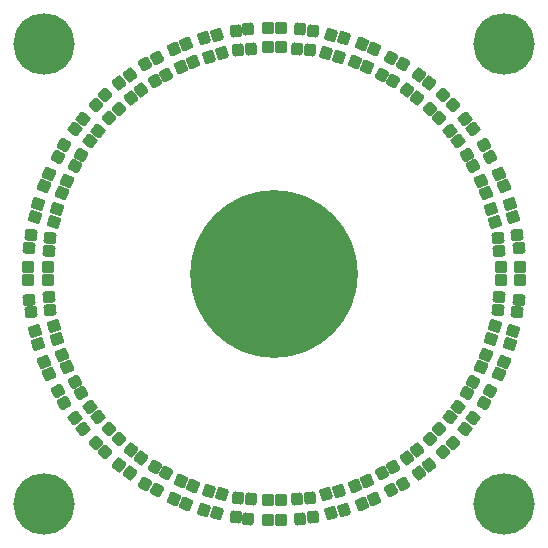
<source format=gts>
G04*
G04 #@! TF.GenerationSoftware,Altium Limited,Altium Designer,20.1.11 (218)*
G04*
G04 Layer_Color=8388736*
%FSLAX25Y25*%
%MOIN*%
G70*
G04*
G04 #@! TF.SameCoordinates,A89DC92D-1D16-4819-8E46-697129492B70*
G04*
G04*
G04 #@! TF.FilePolarity,Negative*
G04*
G01*
G75*
G04:AMPARAMS|DCode=37|XSize=41.47mil|YSize=39.5mil|CornerRadius=7.94mil|HoleSize=0mil|Usage=FLASHONLY|Rotation=285.000|XOffset=0mil|YOffset=0mil|HoleType=Round|Shape=RoundedRectangle|*
%AMROUNDEDRECTD37*
21,1,0.04147,0.02362,0,0,285.0*
21,1,0.02559,0.03950,0,0,285.0*
1,1,0.01587,-0.00810,-0.01542*
1,1,0.01587,-0.01472,0.00930*
1,1,0.01587,0.00810,0.01542*
1,1,0.01587,0.01472,-0.00930*
%
%ADD37ROUNDEDRECTD37*%
G04:AMPARAMS|DCode=38|XSize=41.47mil|YSize=39.5mil|CornerRadius=7.94mil|HoleSize=0mil|Usage=FLASHONLY|Rotation=277.500|XOffset=0mil|YOffset=0mil|HoleType=Round|Shape=RoundedRectangle|*
%AMROUNDEDRECTD38*
21,1,0.04147,0.02362,0,0,277.5*
21,1,0.02559,0.03950,0,0,277.5*
1,1,0.01587,-0.01004,-0.01423*
1,1,0.01587,-0.01338,0.01114*
1,1,0.01587,0.01004,0.01423*
1,1,0.01587,0.01338,-0.01114*
%
%ADD38ROUNDEDRECTD38*%
G04:AMPARAMS|DCode=39|XSize=41.47mil|YSize=39.5mil|CornerRadius=7.94mil|HoleSize=0mil|Usage=FLASHONLY|Rotation=270.000|XOffset=0mil|YOffset=0mil|HoleType=Round|Shape=RoundedRectangle|*
%AMROUNDEDRECTD39*
21,1,0.04147,0.02362,0,0,270.0*
21,1,0.02559,0.03950,0,0,270.0*
1,1,0.01587,-0.01181,-0.01280*
1,1,0.01587,-0.01181,0.01280*
1,1,0.01587,0.01181,0.01280*
1,1,0.01587,0.01181,-0.01280*
%
%ADD39ROUNDEDRECTD39*%
G04:AMPARAMS|DCode=40|XSize=41.47mil|YSize=39.5mil|CornerRadius=7.94mil|HoleSize=0mil|Usage=FLASHONLY|Rotation=262.500|XOffset=0mil|YOffset=0mil|HoleType=Round|Shape=RoundedRectangle|*
%AMROUNDEDRECTD40*
21,1,0.04147,0.02362,0,0,262.5*
21,1,0.02559,0.03950,0,0,262.5*
1,1,0.01587,-0.01338,-0.01114*
1,1,0.01587,-0.01004,0.01423*
1,1,0.01587,0.01338,0.01114*
1,1,0.01587,0.01004,-0.01423*
%
%ADD40ROUNDEDRECTD40*%
G04:AMPARAMS|DCode=41|XSize=41.47mil|YSize=39.5mil|CornerRadius=7.94mil|HoleSize=0mil|Usage=FLASHONLY|Rotation=255.000|XOffset=0mil|YOffset=0mil|HoleType=Round|Shape=RoundedRectangle|*
%AMROUNDEDRECTD41*
21,1,0.04147,0.02362,0,0,255.0*
21,1,0.02559,0.03950,0,0,255.0*
1,1,0.01587,-0.01472,-0.00930*
1,1,0.01587,-0.00810,0.01542*
1,1,0.01587,0.01472,0.00930*
1,1,0.01587,0.00810,-0.01542*
%
%ADD41ROUNDEDRECTD41*%
G04:AMPARAMS|DCode=42|XSize=41.47mil|YSize=39.5mil|CornerRadius=7.94mil|HoleSize=0mil|Usage=FLASHONLY|Rotation=247.500|XOffset=0mil|YOffset=0mil|HoleType=Round|Shape=RoundedRectangle|*
%AMROUNDEDRECTD42*
21,1,0.04147,0.02362,0,0,247.5*
21,1,0.02559,0.03950,0,0,247.5*
1,1,0.01587,-0.01581,-0.00730*
1,1,0.01587,-0.00602,0.01634*
1,1,0.01587,0.01581,0.00730*
1,1,0.01587,0.00602,-0.01634*
%
%ADD42ROUNDEDRECTD42*%
G04:AMPARAMS|DCode=43|XSize=41.47mil|YSize=39.5mil|CornerRadius=7.94mil|HoleSize=0mil|Usage=FLASHONLY|Rotation=240.000|XOffset=0mil|YOffset=0mil|HoleType=Round|Shape=RoundedRectangle|*
%AMROUNDEDRECTD43*
21,1,0.04147,0.02362,0,0,240.0*
21,1,0.02559,0.03950,0,0,240.0*
1,1,0.01587,-0.01663,-0.00518*
1,1,0.01587,-0.00383,0.01699*
1,1,0.01587,0.01663,0.00518*
1,1,0.01587,0.00383,-0.01699*
%
%ADD43ROUNDEDRECTD43*%
G04:AMPARAMS|DCode=44|XSize=41.47mil|YSize=39.5mil|CornerRadius=7.94mil|HoleSize=0mil|Usage=FLASHONLY|Rotation=232.500|XOffset=0mil|YOffset=0mil|HoleType=Round|Shape=RoundedRectangle|*
%AMROUNDEDRECTD44*
21,1,0.04147,0.02362,0,0,232.5*
21,1,0.02559,0.03950,0,0,232.5*
1,1,0.01587,-0.01716,-0.00296*
1,1,0.01587,-0.00158,0.01734*
1,1,0.01587,0.01716,0.00296*
1,1,0.01587,0.00158,-0.01734*
%
%ADD44ROUNDEDRECTD44*%
G04:AMPARAMS|DCode=45|XSize=41.47mil|YSize=39.5mil|CornerRadius=7.94mil|HoleSize=0mil|Usage=FLASHONLY|Rotation=225.000|XOffset=0mil|YOffset=0mil|HoleType=Round|Shape=RoundedRectangle|*
%AMROUNDEDRECTD45*
21,1,0.04147,0.02362,0,0,225.0*
21,1,0.02559,0.03950,0,0,225.0*
1,1,0.01587,-0.01740,-0.00070*
1,1,0.01587,0.00070,0.01740*
1,1,0.01587,0.01740,0.00070*
1,1,0.01587,-0.00070,-0.01740*
%
%ADD45ROUNDEDRECTD45*%
G04:AMPARAMS|DCode=46|XSize=41.47mil|YSize=39.5mil|CornerRadius=7.94mil|HoleSize=0mil|Usage=FLASHONLY|Rotation=217.500|XOffset=0mil|YOffset=0mil|HoleType=Round|Shape=RoundedRectangle|*
%AMROUNDEDRECTD46*
21,1,0.04147,0.02362,0,0,217.5*
21,1,0.02559,0.03950,0,0,217.5*
1,1,0.01587,-0.01734,0.00158*
1,1,0.01587,0.00296,0.01716*
1,1,0.01587,0.01734,-0.00158*
1,1,0.01587,-0.00296,-0.01716*
%
%ADD46ROUNDEDRECTD46*%
G04:AMPARAMS|DCode=47|XSize=41.47mil|YSize=39.5mil|CornerRadius=7.94mil|HoleSize=0mil|Usage=FLASHONLY|Rotation=210.000|XOffset=0mil|YOffset=0mil|HoleType=Round|Shape=RoundedRectangle|*
%AMROUNDEDRECTD47*
21,1,0.04147,0.02362,0,0,210.0*
21,1,0.02559,0.03950,0,0,210.0*
1,1,0.01587,-0.01699,0.00383*
1,1,0.01587,0.00518,0.01663*
1,1,0.01587,0.01699,-0.00383*
1,1,0.01587,-0.00518,-0.01663*
%
%ADD47ROUNDEDRECTD47*%
G04:AMPARAMS|DCode=48|XSize=41.47mil|YSize=39.5mil|CornerRadius=7.94mil|HoleSize=0mil|Usage=FLASHONLY|Rotation=202.500|XOffset=0mil|YOffset=0mil|HoleType=Round|Shape=RoundedRectangle|*
%AMROUNDEDRECTD48*
21,1,0.04147,0.02362,0,0,202.5*
21,1,0.02559,0.03950,0,0,202.5*
1,1,0.01587,-0.01634,0.00602*
1,1,0.01587,0.00730,0.01581*
1,1,0.01587,0.01634,-0.00602*
1,1,0.01587,-0.00730,-0.01581*
%
%ADD48ROUNDEDRECTD48*%
G04:AMPARAMS|DCode=49|XSize=41.47mil|YSize=39.5mil|CornerRadius=7.94mil|HoleSize=0mil|Usage=FLASHONLY|Rotation=195.000|XOffset=0mil|YOffset=0mil|HoleType=Round|Shape=RoundedRectangle|*
%AMROUNDEDRECTD49*
21,1,0.04147,0.02362,0,0,195.0*
21,1,0.02559,0.03950,0,0,195.0*
1,1,0.01587,-0.01542,0.00810*
1,1,0.01587,0.00930,0.01472*
1,1,0.01587,0.01542,-0.00810*
1,1,0.01587,-0.00930,-0.01472*
%
%ADD49ROUNDEDRECTD49*%
G04:AMPARAMS|DCode=50|XSize=41.47mil|YSize=39.5mil|CornerRadius=7.94mil|HoleSize=0mil|Usage=FLASHONLY|Rotation=187.500|XOffset=0mil|YOffset=0mil|HoleType=Round|Shape=RoundedRectangle|*
%AMROUNDEDRECTD50*
21,1,0.04147,0.02362,0,0,187.5*
21,1,0.02559,0.03950,0,0,187.5*
1,1,0.01587,-0.01423,0.01004*
1,1,0.01587,0.01114,0.01338*
1,1,0.01587,0.01423,-0.01004*
1,1,0.01587,-0.01114,-0.01338*
%
%ADD50ROUNDEDRECTD50*%
G04:AMPARAMS|DCode=51|XSize=41.47mil|YSize=39.5mil|CornerRadius=7.94mil|HoleSize=0mil|Usage=FLASHONLY|Rotation=180.000|XOffset=0mil|YOffset=0mil|HoleType=Round|Shape=RoundedRectangle|*
%AMROUNDEDRECTD51*
21,1,0.04147,0.02362,0,0,180.0*
21,1,0.02559,0.03950,0,0,180.0*
1,1,0.01587,-0.01280,0.01181*
1,1,0.01587,0.01280,0.01181*
1,1,0.01587,0.01280,-0.01181*
1,1,0.01587,-0.01280,-0.01181*
%
%ADD51ROUNDEDRECTD51*%
G04:AMPARAMS|DCode=52|XSize=41.47mil|YSize=39.5mil|CornerRadius=7.94mil|HoleSize=0mil|Usage=FLASHONLY|Rotation=172.500|XOffset=0mil|YOffset=0mil|HoleType=Round|Shape=RoundedRectangle|*
%AMROUNDEDRECTD52*
21,1,0.04147,0.02362,0,0,172.5*
21,1,0.02559,0.03950,0,0,172.5*
1,1,0.01587,-0.01114,0.01338*
1,1,0.01587,0.01423,0.01004*
1,1,0.01587,0.01114,-0.01338*
1,1,0.01587,-0.01423,-0.01004*
%
%ADD52ROUNDEDRECTD52*%
G04:AMPARAMS|DCode=53|XSize=41.47mil|YSize=39.5mil|CornerRadius=7.94mil|HoleSize=0mil|Usage=FLASHONLY|Rotation=165.000|XOffset=0mil|YOffset=0mil|HoleType=Round|Shape=RoundedRectangle|*
%AMROUNDEDRECTD53*
21,1,0.04147,0.02362,0,0,165.0*
21,1,0.02559,0.03950,0,0,165.0*
1,1,0.01587,-0.00930,0.01472*
1,1,0.01587,0.01542,0.00810*
1,1,0.01587,0.00930,-0.01472*
1,1,0.01587,-0.01542,-0.00810*
%
%ADD53ROUNDEDRECTD53*%
G04:AMPARAMS|DCode=54|XSize=41.47mil|YSize=39.5mil|CornerRadius=7.94mil|HoleSize=0mil|Usage=FLASHONLY|Rotation=157.500|XOffset=0mil|YOffset=0mil|HoleType=Round|Shape=RoundedRectangle|*
%AMROUNDEDRECTD54*
21,1,0.04147,0.02362,0,0,157.5*
21,1,0.02559,0.03950,0,0,157.5*
1,1,0.01587,-0.00730,0.01581*
1,1,0.01587,0.01634,0.00602*
1,1,0.01587,0.00730,-0.01581*
1,1,0.01587,-0.01634,-0.00602*
%
%ADD54ROUNDEDRECTD54*%
G04:AMPARAMS|DCode=55|XSize=41.47mil|YSize=39.5mil|CornerRadius=7.94mil|HoleSize=0mil|Usage=FLASHONLY|Rotation=150.000|XOffset=0mil|YOffset=0mil|HoleType=Round|Shape=RoundedRectangle|*
%AMROUNDEDRECTD55*
21,1,0.04147,0.02362,0,0,150.0*
21,1,0.02559,0.03950,0,0,150.0*
1,1,0.01587,-0.00518,0.01663*
1,1,0.01587,0.01699,0.00383*
1,1,0.01587,0.00518,-0.01663*
1,1,0.01587,-0.01699,-0.00383*
%
%ADD55ROUNDEDRECTD55*%
G04:AMPARAMS|DCode=56|XSize=41.47mil|YSize=39.5mil|CornerRadius=7.94mil|HoleSize=0mil|Usage=FLASHONLY|Rotation=142.500|XOffset=0mil|YOffset=0mil|HoleType=Round|Shape=RoundedRectangle|*
%AMROUNDEDRECTD56*
21,1,0.04147,0.02362,0,0,142.5*
21,1,0.02559,0.03950,0,0,142.5*
1,1,0.01587,-0.00296,0.01716*
1,1,0.01587,0.01734,0.00158*
1,1,0.01587,0.00296,-0.01716*
1,1,0.01587,-0.01734,-0.00158*
%
%ADD56ROUNDEDRECTD56*%
G04:AMPARAMS|DCode=57|XSize=41.47mil|YSize=39.5mil|CornerRadius=7.94mil|HoleSize=0mil|Usage=FLASHONLY|Rotation=135.000|XOffset=0mil|YOffset=0mil|HoleType=Round|Shape=RoundedRectangle|*
%AMROUNDEDRECTD57*
21,1,0.04147,0.02362,0,0,135.0*
21,1,0.02559,0.03950,0,0,135.0*
1,1,0.01587,-0.00070,0.01740*
1,1,0.01587,0.01740,-0.00070*
1,1,0.01587,0.00070,-0.01740*
1,1,0.01587,-0.01740,0.00070*
%
%ADD57ROUNDEDRECTD57*%
G04:AMPARAMS|DCode=58|XSize=41.47mil|YSize=39.5mil|CornerRadius=7.94mil|HoleSize=0mil|Usage=FLASHONLY|Rotation=127.500|XOffset=0mil|YOffset=0mil|HoleType=Round|Shape=RoundedRectangle|*
%AMROUNDEDRECTD58*
21,1,0.04147,0.02362,0,0,127.5*
21,1,0.02559,0.03950,0,0,127.5*
1,1,0.01587,0.00158,0.01734*
1,1,0.01587,0.01716,-0.00296*
1,1,0.01587,-0.00158,-0.01734*
1,1,0.01587,-0.01716,0.00296*
%
%ADD58ROUNDEDRECTD58*%
G04:AMPARAMS|DCode=59|XSize=41.47mil|YSize=39.5mil|CornerRadius=7.94mil|HoleSize=0mil|Usage=FLASHONLY|Rotation=120.000|XOffset=0mil|YOffset=0mil|HoleType=Round|Shape=RoundedRectangle|*
%AMROUNDEDRECTD59*
21,1,0.04147,0.02362,0,0,120.0*
21,1,0.02559,0.03950,0,0,120.0*
1,1,0.01587,0.00383,0.01699*
1,1,0.01587,0.01663,-0.00518*
1,1,0.01587,-0.00383,-0.01699*
1,1,0.01587,-0.01663,0.00518*
%
%ADD59ROUNDEDRECTD59*%
G04:AMPARAMS|DCode=60|XSize=41.47mil|YSize=39.5mil|CornerRadius=7.94mil|HoleSize=0mil|Usage=FLASHONLY|Rotation=112.500|XOffset=0mil|YOffset=0mil|HoleType=Round|Shape=RoundedRectangle|*
%AMROUNDEDRECTD60*
21,1,0.04147,0.02362,0,0,112.5*
21,1,0.02559,0.03950,0,0,112.5*
1,1,0.01587,0.00602,0.01634*
1,1,0.01587,0.01581,-0.00730*
1,1,0.01587,-0.00602,-0.01634*
1,1,0.01587,-0.01581,0.00730*
%
%ADD60ROUNDEDRECTD60*%
%ADD61C,0.55918*%
%ADD62C,0.20485*%
D37*
X23312Y-78634D02*
D03*
X19128Y-79755D02*
D03*
X21630Y-72359D02*
D03*
X17447Y-73480D02*
D03*
X-23312Y78634D02*
D03*
X-19128Y79755D02*
D03*
X-21630Y72359D02*
D03*
X-17447Y73480D02*
D03*
D38*
X12848Y-81004D02*
D03*
X8555Y-81569D02*
D03*
X12000Y-74564D02*
D03*
X7707Y-75129D02*
D03*
X-12848Y81004D02*
D03*
X-8555Y81569D02*
D03*
X-12000Y74564D02*
D03*
X-7707Y75129D02*
D03*
D39*
X2165Y-81988D02*
D03*
X-2165Y-81988D02*
D03*
X2165Y-75492D02*
D03*
X-2165D02*
D03*
X-2165Y81988D02*
D03*
X2165Y81988D02*
D03*
X-2165Y75492D02*
D03*
X2165D02*
D03*
D40*
X-8555Y-81569D02*
D03*
X-12848Y-81004D02*
D03*
X-7707Y-75129D02*
D03*
X-12000Y-74564D02*
D03*
X8555Y81569D02*
D03*
X12848Y81004D02*
D03*
X7707Y75129D02*
D03*
X12000Y74564D02*
D03*
D41*
X-19128Y-79755D02*
D03*
X-23312Y-78634D02*
D03*
X-17447Y-73480D02*
D03*
X-21630Y-72359D02*
D03*
X19128Y79755D02*
D03*
X23312Y78634D02*
D03*
X17447Y73480D02*
D03*
X21630Y72359D02*
D03*
D42*
X-29375Y-76576D02*
D03*
X-33376Y-74919D02*
D03*
X-26889Y-70574D02*
D03*
X-30890Y-68917D02*
D03*
X29375Y76576D02*
D03*
X33376Y74919D02*
D03*
X26889Y70574D02*
D03*
X30890Y68917D02*
D03*
D43*
X-39119Y-72087D02*
D03*
X-42869Y-69921D02*
D03*
X-35871Y-66461D02*
D03*
X-39621Y-64295D02*
D03*
X39119Y72087D02*
D03*
X42869Y69921D02*
D03*
X35871Y66461D02*
D03*
X39621Y64295D02*
D03*
D44*
X-48193Y-66364D02*
D03*
X-51629Y-63727D02*
D03*
X-44239Y-61210D02*
D03*
X-47675Y-58574D02*
D03*
X48193Y66364D02*
D03*
X51629Y63727D02*
D03*
X44239Y61210D02*
D03*
X47675Y58574D02*
D03*
D45*
X-56443Y-59505D02*
D03*
X-59505Y-56443D02*
D03*
X-51850Y-54912D02*
D03*
X-54912Y-51850D02*
D03*
X56443Y59505D02*
D03*
X59505Y56443D02*
D03*
X51850Y54912D02*
D03*
X54912Y51850D02*
D03*
D46*
X-63727Y-51629D02*
D03*
X-66364Y-48193D02*
D03*
X-58574Y-47675D02*
D03*
X-61210Y-44239D02*
D03*
X63727Y51629D02*
D03*
X66364Y48193D02*
D03*
X58574Y47675D02*
D03*
X61210Y44239D02*
D03*
D47*
X-69921Y-42869D02*
D03*
X-72087Y-39119D02*
D03*
X-64295Y-39621D02*
D03*
X-66461Y-35871D02*
D03*
X69921Y42869D02*
D03*
X72087Y39119D02*
D03*
X64295Y39621D02*
D03*
X66461Y35871D02*
D03*
D48*
X-74919Y-33376D02*
D03*
X-76576Y-29375D02*
D03*
X-68917Y-30890D02*
D03*
X-70574Y-26889D02*
D03*
X74919Y33376D02*
D03*
X76576Y29375D02*
D03*
X68917Y30890D02*
D03*
X70574Y26889D02*
D03*
D49*
X-78634Y-23312D02*
D03*
X-79755Y-19128D02*
D03*
X-72359Y-21630D02*
D03*
X-73480Y-17447D02*
D03*
X78634Y23312D02*
D03*
X79755Y19128D02*
D03*
X72359Y21630D02*
D03*
X73480Y17447D02*
D03*
D50*
X-81004Y-12848D02*
D03*
X-81569Y-8555D02*
D03*
X-74564Y-12000D02*
D03*
X-75129Y-7707D02*
D03*
X81004Y12848D02*
D03*
X81569Y8555D02*
D03*
X74564Y12000D02*
D03*
X75129Y7707D02*
D03*
D51*
X-81988Y-2165D02*
D03*
X-81988Y2165D02*
D03*
X-75492Y-2165D02*
D03*
Y2165D02*
D03*
X81988Y2165D02*
D03*
X81988Y-2165D02*
D03*
X75492Y2165D02*
D03*
Y-2165D02*
D03*
D52*
X-81569Y8555D02*
D03*
X-81004Y12848D02*
D03*
X-75129Y7707D02*
D03*
X-74564Y12000D02*
D03*
X81569Y-8555D02*
D03*
X81004Y-12848D02*
D03*
X75129Y-7707D02*
D03*
X74564Y-12000D02*
D03*
D53*
X-79755Y19128D02*
D03*
X-78634Y23312D02*
D03*
X-73480Y17447D02*
D03*
X-72359Y21630D02*
D03*
X79755Y-19128D02*
D03*
X78634Y-23312D02*
D03*
X73480Y-17447D02*
D03*
X72359Y-21630D02*
D03*
D54*
X-76576Y29375D02*
D03*
X-74919Y33376D02*
D03*
X-70574Y26889D02*
D03*
X-68917Y30890D02*
D03*
X76576Y-29375D02*
D03*
X74919Y-33376D02*
D03*
X70574Y-26889D02*
D03*
X68917Y-30890D02*
D03*
D55*
X-72087Y39119D02*
D03*
X-69921Y42869D02*
D03*
X-66461Y35871D02*
D03*
X-64295Y39621D02*
D03*
X72087Y-39119D02*
D03*
X69921Y-42869D02*
D03*
X66461Y-35871D02*
D03*
X64295Y-39621D02*
D03*
D56*
X-66364Y48193D02*
D03*
X-63727Y51629D02*
D03*
X-61210Y44239D02*
D03*
X-58574Y47675D02*
D03*
X66364Y-48193D02*
D03*
X63727Y-51629D02*
D03*
X61210Y-44239D02*
D03*
X58574Y-47675D02*
D03*
D57*
X-59505Y56443D02*
D03*
X-56443Y59505D02*
D03*
X-54912Y51850D02*
D03*
X-51850Y54912D02*
D03*
X59505Y-56443D02*
D03*
X56443Y-59505D02*
D03*
X54912Y-51850D02*
D03*
X51850Y-54912D02*
D03*
D58*
X-51629Y63727D02*
D03*
X-48193Y66364D02*
D03*
X-47675Y58574D02*
D03*
X-44239Y61210D02*
D03*
X51629Y-63727D02*
D03*
X48193Y-66364D02*
D03*
X47675Y-58574D02*
D03*
X44239Y-61210D02*
D03*
D59*
X-42869Y69921D02*
D03*
X-39119Y72087D02*
D03*
X-39621Y64295D02*
D03*
X-35871Y66461D02*
D03*
X42869Y-69921D02*
D03*
X39119Y-72087D02*
D03*
X39621Y-64295D02*
D03*
X35871Y-66461D02*
D03*
D60*
X-33376Y74919D02*
D03*
X-29375Y76576D02*
D03*
X-30890Y68917D02*
D03*
X-26889Y70574D02*
D03*
X33376Y-74919D02*
D03*
X29375Y-76576D02*
D03*
X30890Y-68917D02*
D03*
X26889Y-70574D02*
D03*
D61*
X0Y0D02*
D03*
D62*
X76772Y76772D02*
D03*
Y-76772D02*
D03*
X-76772D02*
D03*
Y76772D02*
D03*
M02*

</source>
